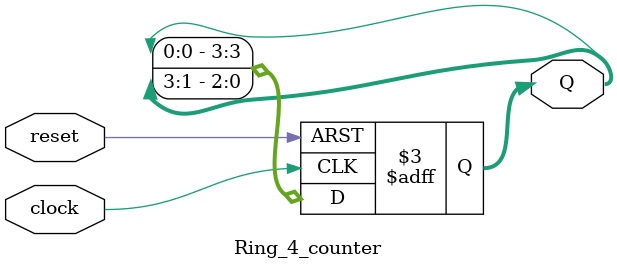
<source format=v>
`timescale 1ns / 1ps
module Ring_4_counter(
	input 		clock, reset,
	output reg	[3:0]Q
	);
	
	always @(posedge clock or posedge reset)
	begin
		if (reset == 1) Q <= 4'b1110;
		else
		begin
			Q[3] <= Q[0];
			Q[2] <= Q[3];
			Q[1] <= Q[2];
			Q[0] <= Q[1];
		end
	end
endmodule 
</source>
